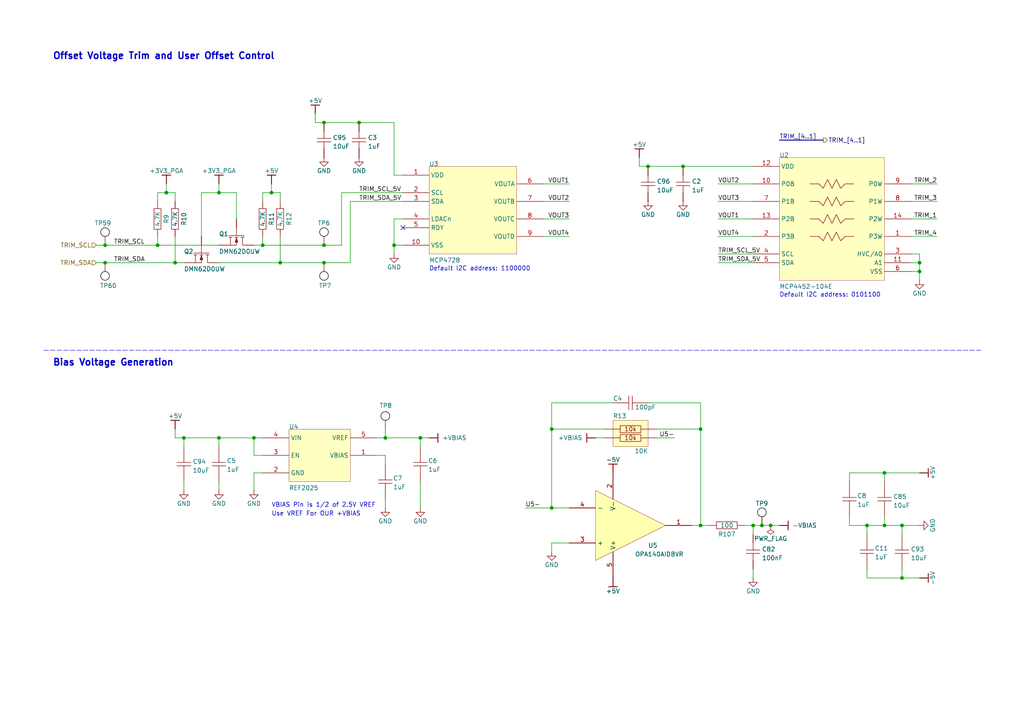
<source format=kicad_sch>
(kicad_sch (version 20250114) (generator "eeschema") (generator_version "9.0")
  (paper "A4")
  (title_block (title "ThunderScope") (rev "5.3") (company "EEVengers") (comment 1 "Aleksa Bjelogrlic"))
  (lib_symbols
    (symbol "Thunderscope_Rev5:+3V3_PGA_BAR" (power)
      (property "Value" "+3V3_PGA" (at 0 -3.81 0))
      (symbol "+3V3_PGA_BAR_0_0"
        (polyline (pts (xy -1.27 -2.54) (xy 1.27 -2.54)) (stroke (width 0.254)))
        (polyline (pts (xy 0 0) (xy 0 -2.54)) (stroke (width 0.254)))
        (pin power_in line (at 0 0 0) (length 0) (hide yes) (name "+3V3_PGA") (number ""))
      )
    )
    (symbol "Thunderscope_Rev5:+5V_BAR" (power)
      (property "Value" "+5V" (at 0 -3.81 0))
      (symbol "+5V_BAR_0_0"
        (polyline (pts (xy -1.27 -2.54) (xy 1.27 -2.54)) (stroke (width 0.254)))
        (polyline (pts (xy 0 0) (xy 0 -2.54)) (stroke (width 0.254)))
        (pin power_in line (at 0 0 0) (length 0) (hide yes) (name "+5V") (number ""))
      )
    )
    (symbol "Thunderscope_Rev5:+VBIAS_BAR" (power)
      (property "Value" "+VBIAS" (at 0 -3.81 0))
      (symbol "+VBIAS_BAR_0_0"
        (polyline (pts (xy -1.27 -2.54) (xy 1.27 -2.54)) (stroke (width 0.254)))
        (polyline (pts (xy 0 0) (xy 0 -2.54)) (stroke (width 0.254)))
        (pin power_in line (at 0 0 0) (length 0) (hide yes) (name "+VBIAS") (number ""))
      )
    )
    (symbol "Thunderscope_Rev5:-5V_BAR" (power)
      (property "Value" "-5V" (at 0 -3.81 0))
      (symbol "-5V_BAR_0_0"
        (polyline (pts (xy -1.27 -2.54) (xy 1.27 -2.54)) (stroke (width 0.254)))
        (polyline (pts (xy 0 0) (xy 0 -2.54)) (stroke (width 0.254)))
        (pin power_in line (at 0 0 0) (length 0) (hide yes) (name "-5V") (number ""))
      )
    )
    (symbol "Thunderscope_Rev5:-VBIAS_BAR" (power)
      (property "Value" "-VBIAS" (at 0 -3.81 0))
      (symbol "-VBIAS_BAR_0_0"
        (polyline (pts (xy -1.27 -2.54) (xy 1.27 -2.54)) (stroke (width 0.254)))
        (polyline (pts (xy 0 0) (xy 0 -2.54)) (stroke (width 0.254)))
        (pin power_in line (at 0 0 0) (length 0) (hide yes) (name "-VBIAS") (number ""))
      )
    )
    (symbol "Thunderscope_Rev5:CAP 100nF 16V X7R 0402" (pin_numbers (hide yes)) (pin_names (hide yes))
      (property "Reference" "C" (at 0 0 0))
      (property "Value" "100nF" (at 0 0 0))
      (symbol "CAP 100nF 16V X7R 0402_1_0"
        (polyline (pts (xy -2 0.5) (xy 2 0.5)))
        (polyline (pts (xy -2 -0.5) (xy 2 -0.5)))
        (polyline (pts (xy 0 2.54) (xy 0 0.5)))
        (polyline (pts (xy 0 -2.54) (xy 0 -0.5)))
        (pin passive line (at 0 5.08 270) (length 2.54) (name "2") (number "2"))
        (pin passive line (at 0 -5.08 90) (length 2.54) (name "1") (number "1"))
      )
    )
    (symbol "Thunderscope_Rev5:CAP 100pF 50V C0G 0402" (pin_numbers (hide yes)) (pin_names (hide yes))
      (property "Reference" "C" (at 0 0 0))
      (property "Value" "100pF" (at 0 0 0))
      (symbol "CAP 100pF 50V C0G 0402_1_0"
        (polyline (pts (xy -2 0.5) (xy 2 0.5)))
        (polyline (pts (xy -2 -0.5) (xy 2 -0.5)))
        (polyline (pts (xy 0 2.54) (xy 0 0.5)))
        (polyline (pts (xy 0 -2.54) (xy 0 -0.5)))
        (pin passive line (at 0 5.08 270) (length 2.54) (name "2") (number "2"))
        (pin passive line (at 0 -5.08 90) (length 2.54) (name "1") (number "1"))
      )
    )
    (symbol "Thunderscope_Rev5:CAP 10uF 25V X5R 0603" (pin_numbers (hide yes)) (pin_names (hide yes))
      (property "Reference" "C" (at 0 0 0))
      (property "Value" "10uF" (at 0 0 0))
      (symbol "CAP 10uF 25V X5R 0603_1_0"
        (polyline (pts (xy -2 0.5) (xy 2 0.5)))
        (polyline (pts (xy -2 -0.5) (xy 2 -0.5)))
        (polyline (pts (xy 0 2.54) (xy 0 0.5)))
        (polyline (pts (xy 0 -2.54) (xy 0 -0.5)))
        (pin passive line (at 0 5.08 270) (length 2.54) (name "2") (number "2"))
        (pin passive line (at 0 -5.08 90) (length 2.54) (name "1") (number "1"))
      )
    )
    (symbol "Thunderscope_Rev5:CAP 1uF 25V X5R 0402" (pin_numbers (hide yes)) (pin_names (hide yes))
      (property "Reference" "C" (at 0 0 0))
      (property "Value" "1uF" (at 0 0 0))
      (symbol "CAP 1uF 25V X5R 0402_1_0"
        (polyline (pts (xy 0 2.54) (xy 0 0.5)))
        (polyline (pts (xy 0 -2.54) (xy 0 -0.5)))
        (polyline (pts (xy 2 0.5) (xy -2 0.5)))
        (polyline (pts (xy 2 -0.5) (xy -2 -0.5)))
        (pin passive line (at 0 5.08 270) (length 2.54) (name "1") (number "1"))
        (pin passive line (at 0 -5.08 90) (length 2.54) (name "2") (number "2"))
      )
    )
    (symbol "Thunderscope_Rev5:GND" (power) (pin_numbers (hide yes)) (pin_names (offset 0) (hide yes))
      (property "Value" "GND" (at 0 -3.81 0))
      (symbol "GND_0_1"
        (polyline (pts (xy 0 0) (xy 0 -1.27) (xy 1.27 -1.27) (xy 0 -2.54) (xy -1.27 -1.27) (xy 0 -1.27)))
      )
      (symbol "GND_1_1"
        (pin power_in line (at 0 0 270) (length 0) (name "~") (number "1"))
      )
    )
    (symbol "Thunderscope_Rev5:IC DAC QUAD MCP4728"
      (property "Reference" "U" (at 0 0 0))
      (property "Value" "MCP4728" (at 0 0 0))
      (symbol "IC DAC QUAD MCP4728_1_0"
        (rectangle (start 12.7 12.7) (end -12.7 -12.7) (stroke (width 0.0254) (color 128 0 0 1)) (fill (type background)))
        (pin power_in line (at -20.32 10.16 0) (length 7.62) (name "VDD") (number "1"))
        (pin open_collector line (at -20.32 5.08 0) (length 7.62) (name "SCL") (number "2"))
        (pin open_collector line (at -20.32 2.54 0) (length 7.62) (name "SDA") (number "3"))
        (pin input line (at -20.32 -2.54 0) (length 7.62) (name "LDACn") (number "4"))
        (pin open_collector line (at -20.32 -5.08 0) (length 7.62) (name "RDY") (number "5"))
        (pin power_in line (at -20.32 -10.16 0) (length 7.62) (name "VSS") (number "10"))
        (pin output line (at 20.32 7.62 180) (length 7.62) (name "VOUTA") (number "6"))
        (pin output line (at 20.32 2.54 180) (length 7.62) (name "VOUTB") (number "7"))
        (pin output line (at 20.32 -2.54 180) (length 7.62) (name "VOUTC") (number "8"))
        (pin output line (at 20.32 -7.62 180) (length 7.62) (name "VOUTD") (number "9"))
      )
    )
    (symbol "Thunderscope_Rev5:IC DIGIPOT QUAD MCP4452-104E"
      (property "Reference" "U" (at 0 0 0))
      (property "Value" "MCP4452-104E" (at 0 0 0))
      (symbol "IC DIGIPOT QUAD MCP4452-104E_1_0"
        (polyline (pts (xy 11.43 -7.62) (xy 8.89 -7.62)))
        (polyline (pts (xy 11.43 -7.62) (xy 12.7 -8.89) (xy 13.97 -6.35) (xy 15.24 -8.89) (xy 16.51 -6.35) (xy 17.78 -8.89)))
        (polyline (pts (xy 11.43 -12.7) (xy 8.89 -12.7)))
        (polyline (pts (xy 11.43 -12.7) (xy 12.7 -13.97) (xy 13.97 -11.43) (xy 15.24 -13.97) (xy 16.51 -11.43) (xy 17.78 -13.97)))
        (polyline (pts (xy 11.43 -17.78) (xy 8.89 -17.78)))
        (polyline (pts (xy 11.43 -17.78) (xy 12.7 -19.05) (xy 13.97 -16.51) (xy 15.24 -19.05) (xy 16.51 -16.51) (xy 17.78 -19.05)))
        (polyline (pts (xy 11.43 -22.86) (xy 8.89 -22.86)))
        (polyline (pts (xy 11.43 -22.86) (xy 12.7 -24.13) (xy 13.97 -21.59) (xy 15.24 -24.13) (xy 16.51 -21.59) (xy 17.78 -24.13)))
        (polyline (pts (xy 17.78 -8.89) (xy 19.05 -7.62) (xy 21.59 -7.62)))
        (polyline (pts (xy 17.78 -13.97) (xy 19.05 -12.7) (xy 21.59 -12.7)))
        (polyline (pts (xy 17.78 -19.05) (xy 19.05 -17.78) (xy 21.59 -17.78)))
        (polyline (pts (xy 17.78 -24.13) (xy 19.05 -22.86) (xy 21.59 -22.86)))
        (rectangle (start 30.48 0) (end 0 -35.56) (stroke (width 0.0254) (color 128 0 0 1)) (fill (type background)))
        (pin power_in line (at -7.62 -2.54 0) (length 7.62) (name "VDD") (number "12"))
        (pin passive line (at -7.62 -7.62 0) (length 7.62) (name "P0B") (number "10"))
        (pin passive line (at -7.62 -12.7 0) (length 7.62) (name "P1B") (number "7"))
        (pin passive line (at -7.62 -17.78 0) (length 7.62) (name "P2B") (number "13"))
        (pin passive line (at -7.62 -22.86 0) (length 7.62) (name "P3B") (number "2"))
        (pin open_collector line (at -7.62 -27.94 0) (length 7.62) (name "SCL") (number "4"))
        (pin open_collector line (at -7.62 -30.48 0) (length 7.62) (name "SDA") (number "5"))
        (pin passive line (at 38.1 -7.62 180) (length 7.62) (name "P0W") (number "9"))
        (pin passive line (at 38.1 -12.7 180) (length 7.62) (name "P1W") (number "8"))
        (pin passive line (at 38.1 -17.78 180) (length 7.62) (name "P2W") (number "14"))
        (pin passive line (at 38.1 -22.86 180) (length 7.62) (name "P3W") (number "1"))
        (pin input line (at 38.1 -27.94 180) (length 7.62) (name "HVC/A0") (number "3"))
        (pin input line (at 38.1 -30.48 180) (length 7.62) (name "A1") (number "11"))
        (pin power_in line (at 38.1 -33.02 180) (length 7.62) (name "VSS") (number "6"))
      )
    )
    (symbol "Thunderscope_Rev5:IC OPAMP OPA140"
      (property "Reference" "U" (at 0 0 0))
      (property "Value" "OPA140AIDBVR" (at 0 0 0))
      (symbol "IC OPAMP OPA140_1_0"
        (polyline (pts (xy -10.16 10.16) (xy 10.16 0) (xy -10.16 -10.16) (xy -10.16 10.16)) (stroke (width 0.0254) (color 128 0 0 1)) (fill (type color) (color 255 255 176 1)))
        (pin input line (at -17.78 5.08 0) (length 7.62) (name "+") (number "3"))
        (pin input line (at -17.78 -5.08 0) (length 7.62) (name "-") (number "4"))
        (pin power_in line (at -5.08 15.24 270) (length 7.62) (name "V+") (number "5"))
        (pin power_in line (at -5.08 -15.24 90) (length 7.62) (name "V-") (number "2"))
        (pin output line (at 17.78 0 180) (length 7.62) (name "OUT") (number "1"))
      )
    )
    (symbol "Thunderscope_Rev5:IC VREF REF2025"
      (property "Reference" "U" (at 0 0 0))
      (property "Value" "REF2025" (at 0 0 0))
      (symbol "IC VREF REF2025_1_0"
        (rectangle (start 25.4 0) (end 7.62 -15.24) (stroke (width 0.0254) (color 128 0 0 1)) (fill (type background)))
        (pin power_in line (at 0 -2.54 0) (length 7.62) (name "VIN") (number "4"))
        (pin input line (at 0 -7.62 0) (length 7.62) (name "EN") (number "3"))
        (pin power_in line (at 0 -12.7 0) (length 7.62) (name "GND") (number "2"))
        (pin power_out line (at 33.02 -2.54 180) (length 7.62) (name "VREF") (number "5"))
        (pin power_out line (at 33.02 -7.62 180) (length 7.62) (name "VBIAS") (number "1"))
      )
    )
    (symbol "Thunderscope_Rev5:NMOS DMN62D0UW" (pin_numbers (hide yes)) (pin_names (hide yes))
      (property "Reference" "Q" (at 0 0 0))
      (property "Value" "DMN62D0UW" (at 0 0 0))
      (symbol "NMOS DMN62D0UW_1_0"
        (polyline (pts (xy -2.54 0) (xy -0.254 0)))
        (polyline (pts (xy -0.254 2.25) (xy -0.254 -2.25)))
        (polyline (pts (xy 0.246 2.25) (xy 0.246 1.25)))
        (polyline (pts (xy 0.246 0) (xy 1.746 -0.5) (xy 1.746 0.5) (xy 0.246 0)) (stroke (width -0.0001)) (fill (type outline)))
        (polyline (pts (xy 0.246 -0.5) (xy 0.246 0.5)))
        (polyline (pts (xy 0.246 -2.25) (xy 0.246 -1.25)))
        (polyline (pts (xy 2.54 1.783) (xy 2.54 2.54)))
        (polyline (pts (xy 2.54 1.75) (xy 0.246 1.75)))
        (polyline (pts (xy 2.54 0) (xy 0.246 0)))
        (polyline (pts (xy 2.54 0) (xy 2.54 -2.54)))
        (polyline (pts (xy 2.54 -1.75) (xy 0.246 -1.75)))
        (pin passive line (at -5.08 0 0) (length 2.54) (name "G") (number "2"))
        (pin passive line (at 2.54 5.08 270) (length 2.54) (name "D") (number "1"))
        (pin passive line (at 2.54 -5.08 90) (length 2.54) (name "S") (number "3"))
      )
    )
    (symbol "Thunderscope_Rev5:RES 100 OHM 1% 1/10W 0402" (pin_numbers (hide yes)) (pin_names (hide yes))
      (property "Reference" "R" (at 0 0 0))
      (property "Value" "100" (at 0 0 0))
      (symbol "RES 100 OHM 1% 1/10W 0402_1_0"
        (rectangle (start 3 0.976) (end -3 -1.056))
        (pin passive line (at -5.08 0 0) (length 2) (name "1") (number "1"))
        (pin passive line (at 5.08 0 180) (length 2) (name "2") (number "2"))
      )
    )
    (symbol "Thunderscope_Rev5:RES 4.7K OHM 1% 1/10W 0402" (pin_numbers (hide yes)) (pin_names (hide yes))
      (property "Reference" "R" (at 0 0 0))
      (property "Value" "4.7K" (at 0 0 0))
      (symbol "RES 4.7K OHM 1% 1/10W 0402_1_0"
        (rectangle (start 3 1.056) (end -3 -0.976))
        (pin passive line (at -5.08 0 0) (length 2) (name "1") (number "1"))
        (pin passive line (at 5.08 0 180) (length 2) (name "2") (number "2"))
      )
    )
    (symbol "Thunderscope_Rev5:RES ARRAY 2x 10K OHM 0.05% 0606" (pin_numbers (hide yes)) (pin_names (hide yes))
      (property "Reference" "R" (at 0 0 0))
      (property "Value" "10K" (at 0 0 0))
      (symbol "RES ARRAY 2x 10K OHM 0.05% 0606_1_0"
        (rectangle (start 10.62 -1.564) (end 4.62 -3.596))
        (rectangle (start 10.62 -4.104) (end 4.62 -6.136))
        (rectangle (start 12.7 0) (end 2.54 -7.62) (stroke (width 0.0254) (color 128 0 0 1)) (fill (type background)))
        (text "10k" (at 7.62 -2.54 0) (effects (font (size 1.27 1.27))))
        (text "10k" (at 7.62 -5.08 0) (effects (font (size 1.27 1.27))))
        (pin passive line (at 0 -2.54 0) (length 4.54) (name "1") (number "1"))
        (pin passive line (at 0 -5.08 0) (length 4.54) (name "2") (number "2"))
        (pin passive line (at 15.24 -2.54 180) (length 4.54) (name "4") (number "4"))
        (pin passive line (at 15.24 -5.08 180) (length 4.54) (name "3") (number "3"))
      )
    )
    (symbol "Thunderscope_Rev5:TP PCB 1mm" (pin_numbers (hide yes)) (pin_names (hide yes)) (in_bom no)
      (property "Reference" "T" (at 0 0 0))
      (symbol "TP PCB 1mm_1_0"
        (circle (center 3.81 0) (radius 1.27) (stroke (width 0) (color 0 0 0 1)))
        (pin passive line (at 0 0 0) (length 2.54) (name "1") (number "1"))
      )
    )
    (symbol "power:PWR_FLAG" (power) (pin_numbers (hide yes)) (pin_names (offset 0) (hide yes))
      (property "Value" "PWR_FLAG" (at 0 3.81 0))
      (symbol "PWR_FLAG_0_0"
        (pin power_out line (at 0 0 90) (length 0) (name "~") (number "1"))
      )
      (symbol "PWR_FLAG_0_1"
        (polyline (pts (xy 0 0) (xy 0 1.27) (xy -1.016 1.905) (xy 0 2.54) (xy 1.016 1.905) (xy 0 1.27)))
      )
    )
  )
  (text "Bias Voltage Generation" (at 15.24 104.14 0) (effects (font (size 1.905 1.905) (thickness 0.381) (bold yes)) (justify left top)))
  (text "Default I2C address: 0101100" (at 226.06 86.36 0) (effects (font (size 1.27 1.27)) (justify left bottom)))
  (text "Offset Voltage Trim and User Offset Control" (at 15.24 15.24 0) (effects (font (size 1.905 1.905) (thickness 0.381) (bold yes)) (justify left top)))
  (text "Use VREF For OUR +VBIAS" (at 78.74 149.86 0) (effects (font (size 1.27 1.27) (thickness 0.1588)) (justify left bottom)))
  (text "Default I2C address: 1100000" (at 124.46 78.74 0) (effects (font (size 1.27 1.27)) (justify left bottom)))
  (text "VBIAS Pin is 1/2 of 2.5V VREF" (at 78.74 147.32 0) (effects (font (size 1.27 1.27) (thickness 0.1588)) (justify left bottom)))
  (junction (at 203.2 152.4))
  (junction (at 48.26 55.88))
  (junction (at 53.34 127))
  (junction (at 73.66 127))
  (junction (at 81.28 76.2))
  (junction (at 76.2 71.12))
  (junction (at 121.92 127))
  (junction (at 187.96 48.26))
  (junction (at 93.98 71.12))
  (junction (at 104.14 35.56))
  (junction (at 261.62 167.64))
  (junction (at 50.8 76.2))
  (junction (at 218.44 152.4))
  (junction (at 223.52 152.4))
  (junction (at 256.54 137.16))
  (junction (at 266.7 76.2))
  (junction (at 78.74 55.88))
  (junction (at 63.5 127))
  (junction (at 160.02 124.46))
  (junction (at 266.7 78.74))
  (junction (at 45.72 71.12))
  (junction (at 30.48 76.2))
  (junction (at 203.2 124.46))
  (junction (at 63.5 55.88))
  (junction (at 30.48 71.12))
  (junction (at 160.02 147.32))
  (junction (at 114.3 71.12))
  (junction (at 93.98 35.56))
  (junction (at 251.46 152.4))
  (junction (at 198.12 48.26))
  (junction (at 256.54 152.4))
  (junction (at 220.98 152.4))
  (junction (at 261.62 152.4))
  (junction (at 111.76 127))
  (junction (at 93.98 76.2))
  (no_connect (at 116.84 66.04))
  (wire (pts (xy 261.62 152.4) (xy 256.54 152.4)))
  (wire (pts (xy 116.84 71.12) (xy 114.3 71.12)))
  (wire (pts (xy 185.42 45.72) (xy 185.42 48.26)))
  (polyline (pts (xy 12.7 101.6) (xy 284.48 101.6)) (stroke (width 0.127) (type dash)))
  (wire (pts (xy 114.3 35.56) (xy 114.3 50.8)))
  (wire (pts (xy 73.66 142.24) (xy 73.66 137.16)))
  (wire (pts (xy 27.94 71.12) (xy 30.48 71.12)))
  (wire (pts (xy 121.92 127) (xy 124.46 127)))
  (wire (pts (xy 208.28 73.66) (xy 218.44 73.66)))
  (wire (pts (xy 58.42 55.88) (xy 63.5 55.88)))
  (wire (pts (xy 208.28 76.2) (xy 218.44 76.2)))
  (wire (pts (xy 203.2 116.84) (xy 203.2 124.46)))
  (wire (pts (xy 203.2 152.4) (xy 205.74 152.4)))
  (wire (pts (xy 246.38 152.4) (xy 246.38 149.86)))
  (wire (pts (xy 172.72 127) (xy 175.26 127)))
  (wire (pts (xy 203.2 124.46) (xy 203.2 152.4)))
  (wire (pts (xy 50.8 68.58) (xy 50.8 76.2)))
  (wire (pts (xy 91.44 33.02) (xy 91.44 35.56)))
  (wire (pts (xy 104.14 35.56) (xy 114.3 35.56)))
  (wire (pts (xy 157.48 63.5) (xy 165.1 63.5)))
  (wire (pts (xy 50.8 124.46) (xy 50.8 127)))
  (wire (pts (xy 48.26 53.34) (xy 48.26 55.88)))
  (wire (pts (xy 251.46 152.4) (xy 246.38 152.4)))
  (wire (pts (xy 190.5 124.46) (xy 203.2 124.46)))
  (wire (pts (xy 185.42 48.26) (xy 187.96 48.26)))
  (wire (pts (xy 266.7 78.74) (xy 266.7 81.28)))
  (wire (pts (xy 73.66 127) (xy 76.2 127)))
  (wire (pts (xy 63.5 53.34) (xy 63.5 55.88)))
  (wire (pts (xy 264.16 63.5) (xy 271.78 63.5)))
  (wire (pts (xy 256.54 137.16) (xy 256.54 139.7)))
  (wire (pts (xy 256.54 149.86) (xy 256.54 152.4)))
  (wire (pts (xy 116.84 63.5) (xy 114.3 63.5)))
  (wire (pts (xy 160.02 124.46) (xy 160.02 147.32)))
  (wire (pts (xy 99.06 55.88) (xy 116.84 55.88)))
  (wire (pts (xy 157.48 58.42) (xy 165.1 58.42)))
  (wire (pts (xy 261.62 165.1) (xy 261.62 167.64)))
  (wire (pts (xy 215.9 152.4) (xy 218.44 152.4)))
  (wire (pts (xy 53.34 127) (xy 63.5 127)))
  (wire (pts (xy 78.74 55.88) (xy 81.28 55.88)))
  (wire (pts (xy 78.74 53.34) (xy 78.74 55.88)))
  (wire (pts (xy 220.98 152.4) (xy 223.52 152.4)))
  (wire (pts (xy 261.62 152.4) (xy 261.62 154.94)))
  (bus (pts (xy 238.76 40.64) (xy 226.06 40.64)) (stroke (width 0.254)))
  (wire (pts (xy 208.28 63.5) (xy 218.44 63.5)))
  (wire (pts (xy 218.44 152.4) (xy 220.98 152.4)))
  (wire (pts (xy 266.7 73.66) (xy 266.7 76.2)))
  (wire (pts (xy 109.22 127) (xy 111.76 127)))
  (wire (pts (xy 266.7 137.16) (xy 256.54 137.16)))
  (wire (pts (xy 93.98 71.12) (xy 99.06 71.12)))
  (wire (pts (xy 50.8 76.2) (xy 53.34 76.2)))
  (wire (pts (xy 45.72 71.12) (xy 63.5 71.12)))
  (wire (pts (xy 160.02 147.32) (xy 165.1 147.32)))
  (wire (pts (xy 73.66 137.16) (xy 76.2 137.16)))
  (wire (pts (xy 266.7 76.2) (xy 266.7 78.74)))
  (wire (pts (xy 264.16 78.74) (xy 266.7 78.74)))
  (wire (pts (xy 63.5 76.2) (xy 81.28 76.2)))
  (wire (pts (xy 187.96 116.84) (xy 203.2 116.84)))
  (wire (pts (xy 45.72 58.42) (xy 45.72 55.88)))
  (wire (pts (xy 246.38 137.16) (xy 256.54 137.16)))
  (wire (pts (xy 121.92 127) (xy 121.92 129.54)))
  (wire (pts (xy 111.76 127) (xy 121.92 127)))
  (wire (pts (xy 81.28 76.2) (xy 81.28 68.58)))
  (wire (pts (xy 109.22 132.08) (xy 111.76 132.08)))
  (wire (pts (xy 101.6 58.42) (xy 101.6 76.2)))
  (wire (pts (xy 53.34 127) (xy 53.34 129.54)))
  (wire (pts (xy 157.48 68.58) (xy 165.1 68.58)))
  (wire (pts (xy 45.72 55.88) (xy 48.26 55.88)))
  (wire (pts (xy 223.52 152.4) (xy 226.06 152.4)))
  (wire (pts (xy 160.02 124.46) (xy 175.26 124.46)))
  (wire (pts (xy 76.2 55.88) (xy 78.74 55.88)))
  (wire (pts (xy 45.72 68.58) (xy 45.72 71.12)))
  (wire (pts (xy 81.28 76.2) (xy 93.98 76.2)))
  (wire (pts (xy 91.44 35.56) (xy 93.98 35.56)))
  (wire (pts (xy 190.5 127) (xy 195.58 127)))
  (wire (pts (xy 264.16 53.34) (xy 271.78 53.34)))
  (wire (pts (xy 160.02 116.84) (xy 160.02 124.46)))
  (wire (pts (xy 48.26 55.88) (xy 50.8 55.88)))
  (wire (pts (xy 187.96 48.26) (xy 198.12 48.26)))
  (wire (pts (xy 114.3 50.8) (xy 116.84 50.8)))
  (wire (pts (xy 114.3 71.12) (xy 114.3 73.66)))
  (wire (pts (xy 111.76 147.32) (xy 111.76 144.78)))
  (wire (pts (xy 208.28 53.34) (xy 218.44 53.34)))
  (wire (pts (xy 76.2 132.08) (xy 73.66 132.08)))
  (wire (pts (xy 63.5 127) (xy 63.5 129.54)))
  (wire (pts (xy 251.46 154.94) (xy 251.46 152.4)))
  (wire (pts (xy 200.66 152.4) (xy 203.2 152.4)))
  (wire (pts (xy 264.16 58.42) (xy 271.78 58.42)))
  (wire (pts (xy 264.16 68.58) (xy 271.78 68.58)))
  (wire (pts (xy 218.44 165.1) (xy 218.44 167.64)))
  (wire (pts (xy 251.46 167.64) (xy 251.46 165.1)))
  (wire (pts (xy 53.34 139.7) (xy 53.34 142.24)))
  (wire (pts (xy 76.2 58.42) (xy 76.2 55.88)))
  (wire (pts (xy 99.06 55.88) (xy 99.06 71.12)))
  (wire (pts (xy 68.58 55.88) (xy 68.58 63.5)))
  (wire (pts (xy 93.98 35.56) (xy 104.14 35.56)))
  (wire (pts (xy 121.92 147.32) (xy 121.92 139.7)))
  (wire (pts (xy 208.28 58.42) (xy 218.44 58.42)))
  (wire (pts (xy 73.66 132.08) (xy 73.66 127)))
  (wire (pts (xy 30.48 71.12) (xy 45.72 71.12)))
  (wire (pts (xy 264.16 73.66) (xy 266.7 73.66)))
  (wire (pts (xy 58.42 68.58) (xy 58.42 55.88)))
  (wire (pts (xy 101.6 58.42) (xy 116.84 58.42)))
  (wire (pts (xy 198.12 48.26) (xy 218.44 48.26)))
  (wire (pts (xy 81.28 55.88) (xy 81.28 58.42)))
  (wire (pts (xy 264.16 76.2) (xy 266.7 76.2)))
  (wire (pts (xy 50.8 55.88) (xy 50.8 58.42)))
  (wire (pts (xy 177.8 116.84) (xy 160.02 116.84)))
  (wire (pts (xy 261.62 167.64) (xy 251.46 167.64)))
  (wire (pts (xy 63.5 139.7) (xy 63.5 142.24)))
  (wire (pts (xy 208.28 68.58) (xy 218.44 68.58)))
  (wire (pts (xy 111.76 132.08) (xy 111.76 134.62)))
  (wire (pts (xy 30.48 76.2) (xy 50.8 76.2)))
  (wire (pts (xy 160.02 160.02) (xy 160.02 157.48)))
  (wire (pts (xy 266.7 167.64) (xy 261.62 167.64)))
  (wire (pts (xy 63.5 127) (xy 73.66 127)))
  (wire (pts (xy 63.5 55.88) (xy 68.58 55.88)))
  (wire (pts (xy 76.2 71.12) (xy 73.66 71.12)))
  (wire (pts (xy 266.7 152.4) (xy 261.62 152.4)))
  (wire (pts (xy 50.8 127) (xy 53.34 127)))
  (wire (pts (xy 114.3 63.5) (xy 114.3 71.12)))
  (wire (pts (xy 218.44 152.4) (xy 218.44 154.94)))
  (wire (pts (xy 27.94 76.2) (xy 30.48 76.2)))
  (wire (pts (xy 111.76 127) (xy 111.76 124.46)))
  (wire (pts (xy 152.4 147.32) (xy 160.02 147.32)))
  (wire (pts (xy 256.54 152.4) (xy 251.46 152.4)))
  (wire (pts (xy 246.38 137.16) (xy 246.38 139.7)))
  (wire (pts (xy 157.48 53.34) (xy 165.1 53.34)))
  (wire (pts (xy 93.98 76.2) (xy 101.6 76.2)))
  (wire (pts (xy 76.2 71.12) (xy 93.98 71.12)))
  (wire (pts (xy 76.2 71.12) (xy 76.2 68.58)))
  (wire (pts (xy 160.02 157.48) (xy 165.1 157.48)))
  (label "TRIM_SDA" (at 33.02 76.2 0))
  (label "TRIM_3" (at 271.78 58.42 180))
  (label "TRIM_SCL" (at 33.02 71.12 0))
  (label "TRIM_1" (at 271.78 63.5 180))
  (label "VOUT2" (at 165.1 58.42 180))
  (label "TRIM_SCL_5V" (at 104.14 55.88 0))
  (label "TRIM_SDA_5V" (at 104.14 58.42 0))
  (label "U5-" (at 152.4 147.32 0))
  (label "U5-" (at 195.58 127 180))
  (label "VOUT1" (at 208.28 63.5 0))
  (label "TRIM_SCL_5V" (at 208.28 73.66 0))
  (label "TRIM_4" (at 271.78 68.58 180))
  (label "VOUT3" (at 208.28 58.42 0))
  (label "VOUT4" (at 208.28 68.58 0))
  (label "TRIM_2" (at 271.78 53.34 180))
  (label "VOUT1" (at 165.1 53.34 180))
  (label "VOUT3" (at 165.1 63.5 180))
  (label "TRIM_[4..1]" (at 226.06 40.64 0))
  (label "VOUT2" (at 208.28 53.34 0))
  (label "TRIM_SDA_5V" (at 208.28 76.2 0))
  (label "VOUT4" (at 165.1 68.58 180))
  (hierarchical_label "TRIM_SCL" (shape input) (at 27.94 71.12 180))
  (hierarchical_label "TRIM_[4..1]" (shape output) (at 238.76 40.64 0))
  (hierarchical_label "TRIM_SDA" (shape input) (at 27.94 76.2 180))
  (symbol (lib_id "Thunderscope_Rev5:GND") (at 111.76 147.32 0) (unit 1)
    (property "Reference" "#PWR0188" (effects (hide yes)))
    (property "Value" "GND" (at 111.76 151.13 0))
    (property "Description" "Power symbol creates a global label with name \"GND\" , ground" (effects (hide yes)))
  )
  (symbol (lib_id "Thunderscope_Rev5:+VBIAS_BAR") (at 172.72 127 270) (unit 1)
    (property "Reference" "#PWR?" (effects (hide yes)))
    (property "Value" "+VBIAS" (at 168.91 127 90) (effects (justify right)))
    (property "Description" "Power symbol creates a global label with name '+VBIAS'" (effects (hide yes)))
  )
  (symbol (lib_id "Thunderscope_Rev5:+5V_BAR") (at 50.8 124.46 180) (unit 1)
    (property "Reference" "#PWR?" (effects (hide yes)))
    (property "Value" "+5V" (at 50.8 120.65 0))
    (property "Description" "Power symbol creates a global label with name '+5V'" (effects (hide yes)))
  )
  (symbol (lib_id "Thunderscope_Rev5:RES 4.7K OHM 1% 1/10W 0402") (at 81.28 63.5 90) (unit 1)
    (property "Reference" "R12" (at 83.82 63.5 0))
    (property "Value" "4.7K" (at 81.28 63.5 0))
    (property "Footprint" "Thunderscope_Rev5:GEN_R_0402" (effects (hide yes)))
    (property "Description" "4.7 kOhms ±1% 0.1W, 1/10W Chip Resistor 0402 (1005 Metric) Automotive AEC-Q200 Thick Film" (effects (hide yes)))
    (property "TOLERANCE" "1%" (effects (hide yes)))
    (property "PACKAGE" "0402" (effects (hide yes)))
    (property "SUPPLIER 1" "Mouser" (effects (hide yes)))
    (property "SUPPLIER PART NUMBER 1" "667-ERJ-2RKF4701X" (effects (hide yes)))
    (property "MANUFACTURER" "Panasonic" (effects (hide yes)))
    (property "MANUFACTURER PART NUMBER" "ERJ-2RKF4701X" (effects (hide yes)))
    (property "Substitutions Policy" "Any Parametric Equivalent" (effects (hide yes)))
  )
  (symbol (lib_id "Thunderscope_Rev5:+3V3_PGA_BAR") (at 48.26 53.34 180) (unit 1)
    (property "Reference" "#PWR?" (effects (hide yes)))
    (property "Value" "+3V3_PGA" (at 48.26 49.53 0))
    (property "Description" "Power symbol creates a global label with name '+3V3_PGA'" (effects (hide yes)))
  )
  (symbol (lib_id "Thunderscope_Rev5:GND") (at 63.5 142.24 0) (unit 1)
    (property "Reference" "#PWR0186" (effects (hide yes)))
    (property "Value" "GND" (at 63.5 146.05 0))
    (property "Description" "Power symbol creates a global label with name \"GND\" , ground" (effects (hide yes)))
  )
  (symbol (lib_id "Thunderscope_Rev5:CAP 10uF 25V X5R 0603") (at 261.62 160.02 0) (unit 1)
    (property "Reference" "C93" (at 264.16 160.02 0) (effects (justify left bottom)))
    (property "Value" "10uF" (at 264.16 162.56 0) (effects (justify left bottom)))
    (property "Footprint" "Thunderscope_Rev5:GEN_C_0603" (effects (hide yes)))
    (property "Description" "10 µF ±20% 25V Ceramic Capacitor X5R 0603 (1608 Metric)" (effects (hide yes)))
    (property "PACKAGE" "0402" (effects (hide yes)))
    (property "VOLTAGE RATING" "25V" (effects (hide yes)))
    (property "SUPPLIER 1" "Mouser" (effects (hide yes)))
    (property "SUPPLIER PART NUMBER 1" "81-GRM188R61E106MA3D" (effects (hide yes)))
    (property "MANUFACTURER" "Murata" (effects (hide yes)))
    (property "MANUFACTURER PART NUMBER" "GRM188R61E106MA73D" (effects (hide yes)))
    (property "Substitutions Policy" "Any Parametric Equivalent" (effects (hide yes)))
  )
  (symbol (lib_id "Thunderscope_Rev5:+5V_BAR") (at 266.7 137.16 90) (unit 1)
    (property "Reference" "#PWR?" (effects (hide yes)))
    (property "Value" "+5V" (at 270.51 137.16 0))
    (property "Description" "Power symbol creates a global label with name '+5V'" (effects (hide yes)))
  )
  (symbol (lib_id "Thunderscope_Rev5:RES 4.7K OHM 1% 1/10W 0402") (at 50.8 63.5 90) (unit 1)
    (property "Reference" "R10" (at 53.34 63.5 0))
    (property "Value" "4.7K" (at 50.8 63.5 0))
    (property "Footprint" "Thunderscope_Rev5:GEN_R_0402" (effects (hide yes)))
    (property "Description" "4.7 kOhms ±1% 0.1W, 1/10W Chip Resistor 0402 (1005 Metric) Automotive AEC-Q200 Thick Film" (effects (hide yes)))
    (property "TOLERANCE" "1%" (effects (hide yes)))
    (property "PACKAGE" "0402" (effects (hide yes)))
    (property "SUPPLIER 1" "Mouser" (effects (hide yes)))
    (property "SUPPLIER PART NUMBER 1" "667-ERJ-2RKF4701X" (effects (hide yes)))
    (property "MANUFACTURER" "Panasonic" (effects (hide yes)))
    (property "MANUFACTURER PART NUMBER" "ERJ-2RKF4701X" (effects (hide yes)))
    (property "Substitutions Policy" "Any Parametric Equivalent" (effects (hide yes)))
  )
  (symbol (lib_id "Thunderscope_Rev5:CAP 1uF 25V X5R 0402") (at 111.76 139.7 0) (unit 1)
    (property "Reference" "C7" (at 114.014 139.446 0) (effects (justify left bottom)))
    (property "Value" "1uF" (at 114.014 141.986 0) (effects (justify left bottom)))
    (property "Footprint" "Thunderscope_Rev5:GEN_C_0402" (effects (hide yes)))
    (property "Description" "1 µF ±10% 25V Ceramic Capacitor X5R 0402 (1005 Metric)" (effects (hide yes)))
    (property "PACKAGE" "0402" (effects (hide yes)))
    (property "VOLTAGE RATING" "25V" (effects (hide yes)))
    (property "SUPPLIER 1" "Mouser" (effects (hide yes)))
    (property "SUPPLIER PART NUMBER 1" "81-GRM155R61E105KA2D" (effects (hide yes)))
    (property "MANUFACTURER" "Murata" (effects (hide yes)))
    (property "MANUFACTURER PART NUMBER" "GRM155R61E105KA12D" (effects (hide yes)))
    (property "Substitutions Policy" "Any Parametric Equivalent" (effects (hide yes)))
  )
  (symbol (lib_id "Thunderscope_Rev5:TP PCB 1mm") (at 30.48 76.2 270) (unit 1) (in_bom no)
    (property "Reference" "TP60" (at 28.9704 83.5786 90) (effects (justify left bottom)))
    (property "Value" "PCB" (effects (hide yes)))
    (property "Footprint" "Thunderscope_Rev5:GEN_TP_PCB" (effects (hide yes)))
  )
  (symbol (lib_id "Thunderscope_Rev5:RES 100 OHM 1% 1/10W 0402") (at 210.82 152.4 180) (unit 1)
    (property "Reference" "R107" (at 210.82 154.94 0))
    (property "Value" "100" (at 210.82 152.4 0))
    (property "Footprint" "Thunderscope_Rev5:GEN_R_0402" (effects (hide yes)))
    (property "Description" "100 Ohms ±1% 0.063W, 1/16W Chip Resistor 0402 (1005 Metric) Moisture Resistant Thick Film" (effects (hide yes)))
    (property "TOLERANCE" "1%" (effects (hide yes)))
    (property "PACKAGE" "0402" (effects (hide yes)))
    (property "SUPPLIER 1" "Mouser" (effects (hide yes)))
    (property "SUPPLIER PART NUMBER 1" "603-RC0402FR-07100RL" (effects (hide yes)))
    (property "MANUFACTURER" "Yageo" (effects (hide yes)))
    (property "MANUFACTURER PART NUMBER" "RC0402FR-07100RL" (effects (hide yes)))
    (property "Substitutions Policy" "Any Parametric Equivalent" (effects (hide yes)))
  )
  (symbol (lib_id "Thunderscope_Rev5:RES 4.7K OHM 1% 1/10W 0402") (at 76.2 63.5 90) (unit 1)
    (property "Reference" "R11" (at 78.74 63.5 0))
    (property "Value" "4.7K" (at 76.2 63.5 0))
    (property "Footprint" "Thunderscope_Rev5:GEN_R_0402" (effects (hide yes)))
    (property "Description" "4.7 kOhms ±1% 0.1W, 1/10W Chip Resistor 0402 (1005 Metric) Automotive AEC-Q200 Thick Film" (effects (hide yes)))
    (property "TOLERANCE" "1%" (effects (hide yes)))
    (property "PACKAGE" "0402" (effects (hide yes)))
    (property "SUPPLIER 1" "Mouser" (effects (hide yes)))
    (property "SUPPLIER PART NUMBER 1" "667-ERJ-2RKF4701X" (effects (hide yes)))
    (property "MANUFACTURER" "Panasonic" (effects (hide yes)))
    (property "MANUFACTURER PART NUMBER" "ERJ-2RKF4701X" (effects (hide yes)))
    (property "Substitutions Policy" "Any Parametric Equivalent" (effects (hide yes)))
  )
  (symbol (lib_id "Thunderscope_Rev5:+3V3_PGA_BAR") (at 63.5 53.34 180) (unit 1)
    (property "Reference" "#PWR?" (effects (hide yes)))
    (property "Value" "+3V3_PGA" (at 63.5 49.53 0))
    (property "Description" "Power symbol creates a global label with name '+3V3_PGA'" (effects (hide yes)))
  )
  (symbol (lib_id "Thunderscope_Rev5:GND") (at 121.92 147.32 0) (unit 1)
    (property "Reference" "#PWR0190" (effects (hide yes)))
    (property "Value" "GND" (at 121.92 151.13 0))
    (property "Description" "Power symbol creates a global label with name \"GND\" , ground" (effects (hide yes)))
  )
  (symbol (lib_id "Thunderscope_Rev5:+VBIAS_BAR") (at 124.46 127 90) (unit 1)
    (property "Reference" "#PWR?" (effects (hide yes)))
    (property "Value" "+VBIAS" (at 128.27 127 90) (effects (justify right)))
    (property "Description" "Power symbol creates a global label with name '+VBIAS'" (effects (hide yes)))
  )
  (symbol (lib_id "Thunderscope_Rev5:GND") (at 218.44 167.64 0) (unit 1)
    (property "Reference" "#PWR0426" (effects (hide yes)))
    (property "Value" "GND" (at 218.44 171.45 0))
    (property "Description" "Power symbol creates a global label with name \"GND\" , ground" (effects (hide yes)))
  )
  (symbol (lib_id "Thunderscope_Rev5:RES ARRAY 2x 10K OHM 0.05% 0606") (at 175.26 121.92 0) (unit 1)
    (property "Reference" "R13" (at 177.8 120.65 0) (effects (justify left)))
    (property "Value" "10K" (at 187.96 130.81 0) (effects (justify right)))
    (property "Footprint" "Thunderscope_Rev5:GEN_R_2ARRAY_0606" (effects (hide yes)))
    (property "Description" "10k Ohm ±0.1% 125mW Power Per Element Isolated 2 Resistor Network/Array ±25ppm/°C 0606, Convex" (effects (hide yes)))
    (property "TOLERANCE" "1%" (effects (hide yes)))
    (property "PACKAGE" "0606" (effects (hide yes)))
    (property "MANUFACTURER" "Vishay Beyschlag" (effects (hide yes)))
    (property "MANUFACTURER PART NUMBER" "ACASN1002S1002P1ATF1002X" (effects (hide yes)))
    (property "SUPPLIER 1" "Mouser" (effects (hide yes)))
    (property "SUPPLIER PART NUMBER 1" "594-ACASN1002S1002AT" (effects (hide yes)))
    (property "Substitutions Policy" "No Substitutions" (effects (hide yes)))
  )
  (symbol (lib_id "Thunderscope_Rev5:+5V_BAR") (at 185.42 45.72 180) (unit 1)
    (property "Reference" "#PWR?" (effects (hide yes)))
    (property "Value" "+5V" (at 185.42 41.91 0))
    (property "Description" "Power symbol creates a global label with name '+5V'" (effects (hide yes)))
  )
  (symbol (lib_id "Thunderscope_Rev5:GND") (at 104.14 45.72 0) (unit 1)
    (property "Reference" "#PWR0182" (effects (hide yes)))
    (property "Value" "GND" (at 104.14 49.53 0))
    (property "Description" "Power symbol creates a global label with name \"GND\" , ground" (effects (hide yes)))
  )
  (symbol (lib_id "Thunderscope_Rev5:+5V_BAR") (at 177.8 167.64 0) (unit 1)
    (property "Reference" "#PWR?" (effects (hide yes)))
    (property "Value" "+5V" (at 177.8 171.45 0))
    (property "Description" "Power symbol creates a global label with name '+5V'" (effects (hide yes)))
  )
  (symbol (lib_id "Thunderscope_Rev5:RES 4.7K OHM 1% 1/10W 0402") (at 45.72 63.5 90) (unit 1)
    (property "Reference" "R9" (at 48.26 63.5 0))
    (property "Value" "4.7K" (at 45.72 63.5 0))
    (property "Footprint" "Thunderscope_Rev5:GEN_R_0402" (effects (hide yes)))
    (property "Description" "4.7 kOhms ±1% 0.1W, 1/10W Chip Resistor 0402 (1005 Metric) Automotive AEC-Q200 Thick Film" (effects (hide yes)))
    (property "TOLERANCE" "1%" (effects (hide yes)))
    (property "PACKAGE" "0402" (effects (hide yes)))
    (property "SUPPLIER 1" "Mouser" (effects (hide yes)))
    (property "SUPPLIER PART NUMBER 1" "667-ERJ-2RKF4701X" (effects (hide yes)))
    (property "MANUFACTURER" "Panasonic" (effects (hide yes)))
    (property "MANUFACTURER PART NUMBER" "ERJ-2RKF4701X" (effects (hide yes)))
    (property "Substitutions Policy" "Any Parametric Equivalent" (effects (hide yes)))
  )
  (symbol (lib_id "Thunderscope_Rev5:GND") (at 266.7 152.4 90) (unit 1)
    (property "Reference" "#PWR0192" (effects (hide yes)))
    (property "Value" "GND" (at 270.51 152.4 0))
    (property "Description" "Power symbol creates a global label with name \"GND\" , ground" (effects (hide yes)))
  )
  (symbol (lib_id "Thunderscope_Rev5:TP PCB 1mm") (at 30.48 71.12 90) (unit 1) (in_bom no)
    (property "Reference" "TP59" (at 32.2878 63.9808 90) (effects (justify left bottom)))
    (property "Value" "PCB" (effects (hide yes)))
    (property "Footprint" "Thunderscope_Rev5:GEN_TP_PCB" (effects (hide yes)))
  )
  (symbol (lib_id "Thunderscope_Rev5:TP PCB 1mm") (at 111.76 124.46 90) (unit 1) (in_bom no)
    (property "Reference" "TP8" (at 113.715 116.8988 90) (effects (justify left bottom)))
    (property "Value" "PCB" (effects (hide yes)))
    (property "Footprint" "Thunderscope_Rev5:GEN_TP_PCB" (effects (hide yes)))
  )
  (symbol (lib_id "Thunderscope_Rev5:+5V_BAR") (at 91.44 33.02 180) (unit 1)
    (property "Reference" "#PWR0430" (effects (hide yes)))
    (property "Value" "+5V" (at 91.44 29.21 0))
    (property "Description" "Power symbol creates a global label with name '+5V'" (effects (hide yes)))
  )
  (symbol (lib_id "Thunderscope_Rev5:GND") (at 73.66 142.24 0) (unit 1)
    (property "Reference" "#PWR0187" (effects (hide yes)))
    (property "Value" "GND" (at 73.66 146.05 0))
    (property "Description" "Power symbol creates a global label with name \"GND\" , ground" (effects (hide yes)))
  )
  (symbol (lib_id "Thunderscope_Rev5:IC OPAMP OPA140") (at 182.88 152.4 0) (mirror x) (unit 1)
    (property "Reference" "U5" (at 187.96 157.48 0) (effects (justify left bottom)))
    (property "Value" "OPA140AIDBVR" (at 184.15 160.02 0) (effects (justify left bottom)))
    (property "Footprint" "Thunderscope_Rev5:GEN_SOT23_5_950_2900X1600X1450" (effects (hide yes)))
    (property "Description" "J-FET Amplifier 1 Circuit Rail-to-Rail SOT-23-5" (effects (hide yes)))
    (property "SUPPLIER 1" "Texas Instruments" (effects (hide yes)))
    (property "SUPPLIER PART NUMBER 1" "OPA140AIDBVR" (effects (hide yes)))
    (property "MANUFACTURER" "Texas Instruments" (effects (hide yes)))
    (property "MANUFACTURER PART NUMBER" "OPA140AIDBVR" (effects (hide yes)))
    (property "PACKAGE" "SOT-23-5" (effects (hide yes)))
    (property "Substitutions Policy" "No Substitutions" (effects (hide yes)))
  )
  (symbol (lib_id "Thunderscope_Rev5:GND") (at 53.34 142.24 0) (unit 1)
    (property "Reference" "#PWR0427" (effects (hide yes)))
    (property "Value" "GND" (at 53.34 146.05 0))
    (property "Description" "Power symbol creates a global label with name \"GND\" , ground" (effects (hide yes)))
  )
  (symbol (lib_id "Thunderscope_Rev5:-5V_BAR") (at 266.7 167.64 90) (unit 1)
    (property "Reference" "#PWR?" (effects (hide yes)))
    (property "Value" "-5V" (at 270.51 167.64 0))
    (property "Description" "Power symbol creates a global label with name '-5V'" (effects (hide yes)))
  )
  (symbol (lib_id "Thunderscope_Rev5:NMOS DMN62D0UW") (at 68.58 68.58 270) (unit 1)
    (property "Reference" "Q1" (at 63.5 68.58 90) (effects (justify left bottom)))
    (property "Value" "DMN62D0UW" (at 63.5 73.66 90) (effects (justify left bottom)))
    (property "Footprint" "Thunderscope_Rev5:GEN_SOT_323" (effects (hide yes)))
    (property "Description" "N-Channel 60 V 340mA (Ta) 320mW (Ta) Surface Mount SOT-323" (effects (hide yes)))
    (property "VDSS" "60V" (effects (hide yes)))
    (property "SUPPLIER 1" "Mouser" (effects (hide yes)))
    (property "SUPPLIER PART NUMBER 1" "621-DMN62D0UW-7" (effects (hide yes)))
    (property "HOUSE PART NUMBER" "DMN62D0UW-7" (effects (hide yes)))
    (property "MANUFACTURER" "Diodes" (effects (hide yes)))
    (property "MANUFACTURER PART NUMBER" "DMN62D0UW-7" (effects (hide yes)))
    (property "PACKAGE" "SOT-323" (effects (hide yes)))
    (property "Substitutions Policy" "ECO Required for Substitution" (effects (hide yes)))
  )
  (symbol (lib_id "Thunderscope_Rev5:TP PCB 1mm") (at 93.98 76.2 270) (unit 1) (in_bom no)
    (property "Reference" "TP7" (at 92.4704 83.5786 90) (effects (justify left bottom)))
    (property "Value" "PCB" (effects (hide yes)))
    (property "Footprint" "Thunderscope_Rev5:GEN_TP_PCB" (effects (hide yes)))
  )
  (symbol (lib_id "Thunderscope_Rev5:IC DAC QUAD MCP4728") (at 137.16 60.96 0) (unit 1)
    (property "Reference" "U3" (at 124.46 48.26 0) (effects (justify left bottom)))
    (property "Value" "MCP4728" (at 124.46 76.2 0) (effects (justify left bottom)))
    (property "Footprint" "Thunderscope_Rev5:MC_MSOP10_UN" (effects (hide yes)))
    (property "Description" "12 Bit Digital to Analog Converter 4 10-MSOP" (effects (hide yes)))
    (property "SUPPLIER 1" "Mouser" (effects (hide yes)))
    (property "SUPPLIER PART NUMBER 1" "579-MCP4728T-E/UN" (effects (hide yes)))
    (property "MANUFACTURER" "Microchip" (effects (hide yes)))
    (property "MANUFACTURER PART NUMBER" "MCP4728T-E/UN" (effects (hide yes)))
    (property "PACKAGE" "10-MSOP" (effects (hide yes)))
    (property "Substitutions Policy" "ECO Required for Substitution" (effects (hide yes)))
  )
  (symbol (lib_id "Thunderscope_Rev5:-5V_BAR") (at 177.8 137.16 180) (unit 1)
    (property "Reference" "#PWR?" (effects (hide yes)))
    (property "Value" "-5V" (at 177.8 133.35 0))
    (property "Description" "Power symbol creates a global label with name '-5V'" (effects (hide yes)))
  )
  (symbol (lib_id "Thunderscope_Rev5:CAP 1uF 25V X5R 0402") (at 121.92 134.62 0) (unit 1)
    (property "Reference" "C6" (at 124.174 134.366 0) (effects (justify left bottom)))
    (property "Value" "1uF" (at 124.174 136.906 0) (effects (justify left bottom)))
    (property "Footprint" "Thunderscope_Rev5:GEN_C_0402" (effects (hide yes)))
    (property "Description" "1 µF ±10% 25V Ceramic Capacitor X5R 0402 (1005 Metric)" (effects (hide yes)))
    (property "PACKAGE" "0402" (effects (hide yes)))
    (property "VOLTAGE RATING" "25V" (effects (hide yes)))
    (property "SUPPLIER 1" "Mouser" (effects (hide yes)))
    (property "SUPPLIER PART NUMBER 1" "81-GRM155R61E105KA2D" (effects (hide yes)))
    (property "MANUFACTURER" "Murata" (effects (hide yes)))
    (property "MANUFACTURER PART NUMBER" "GRM155R61E105KA12D" (effects (hide yes)))
    (property "Substitutions Policy" "Any Parametric Equivalent" (effects (hide yes)))
  )
  (symbol (lib_id "Thunderscope_Rev5:IC VREF REF2025") (at 76.2 124.46 0) (unit 1)
    (property "Reference" "U4" (at 83.82 124.46 0) (effects (justify left bottom)))
    (property "Value" "REF2025" (at 83.82 142.24 0) (effects (justify left bottom)))
    (property "Footprint" "Thunderscope_Rev5:GEN_SOT23_5_950_2900X1600X1450" (effects (hide yes)))
    (property "Description" "Series Voltage Reference IC Fixed 1.24V, 2.5V V ±0.05% 20 mA SOT-23-THIN" (effects (hide yes)))
    (property "SUPPLIER 1" "Texas Instruments" (effects (hide yes)))
    (property "SUPPLIER PART NUMBER 1" "REF2025AIDDCR" (effects (hide yes)))
    (property "MANUFACTURER" "Texas Instruments" (effects (hide yes)))
    (property "MANUFACTURER PART NUMBER" "REF2025AIDDCR" (effects (hide yes)))
    (property "PACKAGE" "SOT-23-5" (effects (hide yes)))
    (property "Substitutions Policy" "No Substitutions" (effects (hide yes)))
  )
  (symbol (lib_id "Thunderscope_Rev5:+5V_BAR") (at 78.74 53.34 180) (unit 1)
    (property "Reference" "#PWR?" (effects (hide yes)))
    (property "Value" "+5V" (at 78.74 49.53 0))
    (property "Description" "Power symbol creates a global label with name '+5V'" (effects (hide yes)))
  )
  (symbol (lib_id "Thunderscope_Rev5:CAP 1uF 25V X5R 0402") (at 246.38 144.78 0) (unit 1)
    (property "Reference" "C8" (at 248.634 144.526 0) (effects (justify left bottom)))
    (property "Value" "1uF" (at 248.634 147.066 0) (effects (justify left bottom)))
    (property "Footprint" "Thunderscope_Rev5:GEN_C_0402" (effects (hide yes)))
    (property "Description" "1 µF ±10% 25V Ceramic Capacitor X5R 0402 (1005 Metric)" (effects (hide yes)))
    (property "PACKAGE" "0402" (effects (hide yes)))
    (property "VOLTAGE RATING" "25V" (effects (hide yes)))
    (property "SUPPLIER 1" "Mouser" (effects (hide yes)))
    (property "SUPPLIER PART NUMBER 1" "81-GRM155R61E105KA2D" (effects (hide yes)))
    (property "MANUFACTURER" "Murata" (effects (hide yes)))
    (property "MANUFACTURER PART NUMBER" "GRM155R61E105KA12D" (effects (hide yes)))
    (property "Substitutions Policy" "Any Parametric Equivalent" (effects (hide yes)))
  )
  (symbol (lib_id "Thunderscope_Rev5:IC DIGIPOT QUAD MCP4452-104E") (at 226.06 45.72 0) (unit 1)
    (property "Reference" "U2" (at 226.06 45.72 0) (effects (justify left bottom)))
    (property "Value" "MCP4452-104E" (at 226.06 83.82 0) (effects (justify left bottom)))
    (property "Footprint" "Thunderscope_Rev5:MC_TSSOP14" (effects (hide yes)))
    (property "Description" "Digital Potentiometer 100k Ohm 4 Circuit 257 Taps I2C Interface 14-TSSOP" (effects (hide yes)))
    (property "SUPPLIER 1" "Mouser" (effects (hide yes)))
    (property "SUPPLIER PART NUMBER 1" "579-MCP4452-104E/ST" (effects (hide yes)))
    (property "MANUFACTURER" "Microchip" (effects (hide yes)))
    (property "MANUFACTURER PART NUMBER" "MCP4452-104E" (effects (hide yes)))
    (property "PACKAGE" "14-TSSOP" (effects (hide yes)))
    (property "Substitutions Policy" "ECO Required for Substitution" (effects (hide yes)))
  )
  (symbol (lib_id "Thunderscope_Rev5:GND") (at 114.3 73.66 0) (unit 1)
    (property "Reference" "#PWR0181" (effects (hide yes)))
    (property "Value" "GND" (at 114.3 77.47 0))
    (property "Description" "Power symbol creates a global label with name \"GND\" , ground" (effects (hide yes)))
  )
  (symbol (lib_id "Thunderscope_Rev5:TP PCB 1mm") (at 220.98 152.4 90) (unit 1) (in_bom no)
    (property "Reference" "TP9" (at 220.98 146.05 90))
    (property "Value" "PCB" (effects (hide yes)))
    (property "Footprint" "Thunderscope_Rev5:GEN_TP_PCB" (effects (hide yes)))
  )
  (symbol (lib_id "Thunderscope_Rev5:GND") (at 198.12 58.42 0) (unit 1)
    (property "Reference" "#PWR0183" (effects (hide yes)))
    (property "Value" "GND" (at 198.12 62.23 0))
    (property "Description" "Power symbol creates a global label with name \"GND\" , ground" (effects (hide yes)))
  )
  (symbol (lib_id "Thunderscope_Rev5:GND") (at 160.02 160.02 0) (unit 1)
    (property "Reference" "#PWR0191" (effects (hide yes)))
    (property "Value" "GND" (at 160.02 163.83 0))
    (property "Description" "Power symbol creates a global label with name \"GND\" , ground" (effects (hide yes)))
  )
  (symbol (lib_id "power:PWR_FLAG") (at 223.52 152.4 180) (unit 1)
    (property "Reference" "#FLG01" (effects (hide yes)))
    (property "Value" "PWR_FLAG" (at 223.52 156.21 0))
    (property "Description" "Special symbol for telling ERC where power comes from" (effects (hide yes)))
  )
  (symbol (lib_id "Thunderscope_Rev5:GND") (at 266.7 81.28 0) (unit 1)
    (property "Reference" "#PWR0185" (effects (hide yes)))
    (property "Value" "GND" (at 266.7 85.09 0))
    (property "Description" "Power symbol creates a global label with name \"GND\" , ground" (effects (hide yes)))
  )
  (symbol (lib_id "Thunderscope_Rev5:-VBIAS_BAR") (at 226.06 152.4 90) (unit 1)
    (property "Reference" "#PWR?" (effects (hide yes)))
    (property "Value" "-VBIAS" (at 229.87 152.4 90) (effects (justify right)))
    (property "Description" "Power symbol creates a global label with name '-VBIAS'" (effects (hide yes)))
  )
  (symbol (lib_id "Thunderscope_Rev5:CAP 1uF 25V X5R 0402") (at 63.5 134.62 0) (unit 1)
    (property "Reference" "C5" (at 65.754 134.366 0) (effects (justify left bottom)))
    (property "Value" "1uF" (at 65.754 136.906 0) (effects (justify left bottom)))
    (property "Footprint" "Thunderscope_Rev5:GEN_C_0402" (effects (hide yes)))
    (property "Description" "1 µF ±10% 25V Ceramic Capacitor X5R 0402 (1005 Metric)" (effects (hide yes)))
    (property "PACKAGE" "0402" (effects (hide yes)))
    (property "VOLTAGE RATING" "25V" (effects (hide yes)))
    (property "SUPPLIER 1" "Mouser" (effects (hide yes)))
    (property "SUPPLIER PART NUMBER 1" "81-GRM155R61E105KA2D" (effects (hide yes)))
    (property "MANUFACTURER" "Murata" (effects (hide yes)))
    (property "MANUFACTURER PART NUMBER" "GRM155R61E105KA12D" (effects (hide yes)))
    (property "Substitutions Policy" "Any Parametric Equivalent" (effects (hide yes)))
  )
  (symbol (lib_id "Thunderscope_Rev5:CAP 10uF 25V X5R 0603") (at 256.54 144.78 0) (unit 1)
    (property "Reference" "C85" (at 259.08 144.78 0) (effects (justify left bottom)))
    (property "Value" "10uF" (at 259.08 147.32 0) (effects (justify left bottom)))
    (property "Footprint" "Thunderscope_Rev5:GEN_C_0603" (effects (hide yes)))
    (property "Description" "10 µF ±20% 25V Ceramic Capacitor X5R 0603 (1608 Metric)" (effects (hide yes)))
    (property "PACKAGE" "0402" (effects (hide yes)))
    (property "VOLTAGE RATING" "25V" (effects (hide yes)))
    (property "SUPPLIER 1" "Mouser" (effects (hide yes)))
    (property "SUPPLIER PART NUMBER 1" "81-GRM188R61E106MA3D" (effects (hide yes)))
    (property "MANUFACTURER" "Murata" (effects (hide yes)))
    (property "MANUFACTURER PART NUMBER" "GRM188R61E106MA73D" (effects (hide yes)))
    (property "Substitutions Policy" "Any Parametric Equivalent" (effects (hide yes)))
  )
  (symbol (lib_id "Thunderscope_Rev5:TP PCB 1mm") (at 93.98 71.12 90) (unit 1) (in_bom no)
    (property "Reference" "TP6" (at 95.7878 63.9808 90) (effects (justify left bottom)))
    (property "Value" "PCB" (effects (hide yes)))
    (property "Footprint" "Thunderscope_Rev5:GEN_TP_PCB" (effects (hide yes)))
  )
  (symbol (lib_id "Thunderscope_Rev5:CAP 1uF 25V X5R 0402") (at 104.14 40.64 0) (unit 1)
    (property "Reference" "C3" (at 106.68 40.64 0) (effects (justify left bottom)))
    (property "Value" "1uF" (at 106.68 43.18 0) (effects (justify left bottom)))
    (property "Footprint" "Thunderscope_Rev5:GEN_C_0402" (effects (hide yes)))
    (property "Description" "1 µF ±10% 25V Ceramic Capacitor X5R 0402 (1005 Metric)" (effects (hide yes)))
    (property "PACKAGE" "0402" (effects (hide yes)))
    (property "VOLTAGE RATING" "25V" (effects (hide yes)))
    (property "SUPPLIER 1" "Mouser" (effects (hide yes)))
    (property "SUPPLIER PART NUMBER 1" "81-GRM155R61E105KA2D" (effects (hide yes)))
    (property "MANUFACTURER" "Murata" (effects (hide yes)))
    (property "MANUFACTURER PART NUMBER" "GRM155R61E105KA12D" (effects (hide yes)))
    (property "Substitutions Policy" "Any Parametric Equivalent" (effects (hide yes)))
  )
  (symbol (lib_id "Thunderscope_Rev5:CAP 100nF 16V X7R 0402") (at 218.44 160.02 0) (unit 1)
    (property "Reference" "C82" (at 220.98 160.02 0) (effects (justify left bottom)))
    (property "Value" "100nF" (at 220.98 162.56 0) (effects (justify left bottom)))
    (property "Footprint" "Thunderscope_Rev5:GEN_C_0402" (effects (hide yes)))
    (property "Description" "0.1 µF ±10% 16V Ceramic Capacitor X7R 0402 (1005 Metric)" (effects (hide yes)))
    (property "PACKAGE" "0402" (effects (hide yes)))
    (property "VOLTAGE RATING" "16V" (effects (hide yes)))
    (property "SUPPLIER 1" "Mouser" (effects (hide yes)))
    (property "SUPPLIER PART NUMBER 1" "81-GCM155R71C104KA5D" (effects (hide yes)))
    (property "HOUSE PART NUMBER" "C-100nF-0402-002" (effects (hide yes)))
    (property "MANUFACTURER" "Murata" (effects (hide yes)))
    (property "MANUFACTURER PART NUMBER" "GCM155R71C104KA55D" (effects (hide yes)))
    (property "Substitutions Policy" "Any Parametric Equivalent" (effects (hide yes)))
  )
  (symbol (lib_id "Thunderscope_Rev5:CAP 10uF 25V X5R 0603") (at 53.34 134.62 0) (unit 1)
    (property "Reference" "C94" (at 55.88 134.62 0) (effects (justify left bottom)))
    (property "Value" "10uF" (at 55.88 137.16 0) (effects (justify left bottom)))
    (property "Footprint" "Thunderscope_Rev5:GEN_C_0603" (effects (hide yes)))
    (property "Description" "10 µF ±20% 25V Ceramic Capacitor X5R 0603 (1608 Metric)" (effects (hide yes)))
    (property "PACKAGE" "0402" (effects (hide yes)))
    (property "VOLTAGE RATING" "25V" (effects (hide yes)))
    (property "SUPPLIER 1" "Mouser" (effects (hide yes)))
    (property "SUPPLIER PART NUMBER 1" "81-GRM188R61E106MA3D" (effects (hide yes)))
    (property "MANUFACTURER" "Murata" (effects (hide yes)))
    (property "MANUFACTURER PART NUMBER" "GRM188R61E106MA73D" (effects (hide yes)))
    (property "Substitutions Policy" "Any Parametric Equivalent" (effects (hide yes)))
  )
  (symbol (lib_id "Thunderscope_Rev5:CAP 100pF 50V C0G 0402") (at 182.88 116.84 270) (unit 1)
    (property "Reference" "C4" (at 177.8 115.57 90) (effects (justify left)))
    (property "Value" "100pF" (at 184.15 118.11 90) (effects (justify left)))
    (property "Footprint" "Thunderscope_Rev5:GEN_C_0402" (effects (hide yes)))
    (property "Description" "100 pF ±1% 50V Ceramic Capacitor C0G, NP0 0402 (1005 Metric)" (effects (hide yes)))
    (property "PACKAGE" "0402" (effects (hide yes)))
    (property "VOLTAGE RATING" "50V" (effects (hide yes)))
    (property "SUPPLIER 1" "Mouser" (effects (hide yes)))
    (property "SUPPLIER PART NUMBER 1" "81-GCM1555C1H101FA6D" (effects (hide yes)))
    (property "HOUSE PART NUMBER" "C-100nF-0402-002" (effects (hide yes)))
    (property "MANUFACTURER" "Murata" (effects (hide yes)))
    (property "MANUFACTURER PART NUMBER" "GCM1555C1H101FA16D" (effects (hide yes)))
    (property "TEMPERATURE COEFFICIENT" "C0G" (effects (hide yes)))
    (property "Substitutions Policy" "Any Parametric Equivalent" (effects (hide yes)))
  )
  (symbol (lib_id "Thunderscope_Rev5:CAP 10uF 25V X5R 0603") (at 187.96 53.34 0) (unit 1)
    (property "Reference" "C96" (at 190.5 53.34 0) (effects (justify left bottom)))
    (property "Value" "10uF" (at 190.5 55.88 0) (effects (justify left bottom)))
    (property "Footprint" "Thunderscope_Rev5:GEN_C_0603" (effects (hide yes)))
    (property "Description" "10 µF ±20% 25V Ceramic Capacitor X5R 0603 (1608 Metric)" (effects (hide yes)))
    (property "PACKAGE" "0402" (effects (hide yes)))
    (property "VOLTAGE RATING" "25V" (effects (hide yes)))
    (property "SUPPLIER 1" "Mouser" (effects (hide yes)))
    (property "SUPPLIER PART NUMBER 1" "81-GRM188R61E106MA3D" (effects (hide yes)))
    (property "MANUFACTURER" "Murata" (effects (hide yes)))
    (property "MANUFACTURER PART NUMBER" "GRM188R61E106MA73D" (effects (hide yes)))
    (property "Substitutions Policy" "Any Parametric Equivalent" (effects (hide yes)))
  )
  (symbol (lib_id "Thunderscope_Rev5:GND") (at 187.96 58.42 0) (unit 1)
    (property "Reference" "#PWR0428" (effects (hide yes)))
    (property "Value" "GND" (at 187.96 62.23 0))
    (property "Description" "Power symbol creates a global label with name \"GND\" , ground" (effects (hide yes)))
  )
  (symbol (lib_id "Thunderscope_Rev5:CAP 10uF 25V X5R 0603") (at 93.98 40.64 0) (unit 1)
    (property "Reference" "C95" (at 96.52 40.64 0) (effects (justify left bottom)))
    (property "Value" "10uF" (at 96.52 43.18 0) (effects (justify left bottom)))
    (property "Footprint" "Thunderscope_Rev5:GEN_C_0603" (effects (hide yes)))
    (property "Description" "10 µF ±20% 25V Ceramic Capacitor X5R 0603 (1608 Metric)" (effects (hide yes)))
    (property "PACKAGE" "0402" (effects (hide yes)))
    (property "VOLTAGE RATING" "25V" (effects (hide yes)))
    (property "SUPPLIER 1" "Mouser" (effects (hide yes)))
    (property "SUPPLIER PART NUMBER 1" "81-GRM188R61E106MA3D" (effects (hide yes)))
    (property "MANUFACTURER" "Murata" (effects (hide yes)))
    (property "MANUFACTURER PART NUMBER" "GRM188R61E106MA73D" (effects (hide yes)))
    (property "Substitutions Policy" "Any Parametric Equivalent" (effects (hide yes)))
  )
  (symbol (lib_id "Thunderscope_Rev5:NMOS DMN62D0UW") (at 58.42 73.66 270) (unit 1)
    (property "Reference" "Q2" (at 53.34 73.66 90) (effects (justify left bottom)))
    (property "Value" "DMN62D0UW" (at 53.34 78.74 90) (effects (justify left bottom)))
    (property "Footprint" "Thunderscope_Rev5:GEN_SOT_323" (effects (hide yes)))
    (property "Description" "N-Channel 60 V 340mA (Ta) 320mW (Ta) Surface Mount SOT-323" (effects (hide yes)))
    (property "VDSS" "60V" (effects (hide yes)))
    (property "SUPPLIER 1" "Mouser" (effects (hide yes)))
    (property "SUPPLIER PART NUMBER 1" "621-DMN62D0UW-7" (effects (hide yes)))
    (property "HOUSE PART NUMBER" "DMN62D0UW-7" (effects (hide yes)))
    (property "MANUFACTURER" "Diodes" (effects (hide yes)))
    (property "MANUFACTURER PART NUMBER" "DMN62D0UW-7" (effects (hide yes)))
    (property "PACKAGE" "SOT-323" (effects (hide yes)))
    (property "Substitutions Policy" "ECO Required for Substitution" (effects (hide yes)))
  )
  (symbol (lib_id "Thunderscope_Rev5:CAP 1uF 25V X5R 0402") (at 251.46 160.02 0) (unit 1)
    (property "Reference" "C11" (at 253.714 159.766 0) (effects (justify left bottom)))
    (property "Value" "1uF" (at 253.714 162.306 0) (effects (justify left bottom)))
    (property "Footprint" "Thunderscope_Rev5:GEN_C_0402" (effects (hide yes)))
    (property "Description" "1 µF ±10% 25V Ceramic Capacitor X5R 0402 (1005 Metric)" (effects (hide yes)))
    (property "PACKAGE" "0402" (effects (hide yes)))
    (property "VOLTAGE RATING" "25V" (effects (hide yes)))
    (property "SUPPLIER 1" "Mouser" (effects (hide yes)))
    (property "SUPPLIER PART NUMBER 1" "81-GRM155R61E105KA2D" (effects (hide yes)))
    (property "MANUFACTURER" "Murata" (effects (hide yes)))
    (property "MANUFACTURER PART NUMBER" "GRM155R61E105KA12D" (effects (hide yes)))
    (property "Substitutions Policy" "Any Parametric Equivalent" (effects (hide yes)))
  )
  (symbol (lib_id "Thunderscope_Rev5:GND") (at 93.98 45.72 0) (unit 1)
    (property "Reference" "#PWR0429" (effects (hide yes)))
    (property "Value" "GND" (at 93.98 49.53 0))
    (property "Description" "Power symbol creates a global label with name \"GND\" , ground" (effects (hide yes)))
  )
  (symbol (lib_id "Thunderscope_Rev5:CAP 1uF 25V X5R 0402") (at 198.12 53.34 0) (unit 1)
    (property "Reference" "C2" (at 200.66 53.34 0) (effects (justify left bottom)))
    (property "Value" "1uF" (at 200.66 55.88 0) (effects (justify left bottom)))
    (property "Footprint" "Thunderscope_Rev5:GEN_C_0402" (effects (hide yes)))
    (property "Description" "1 µF ±10% 25V Ceramic Capacitor X5R 0402 (1005 Metric)" (effects (hide yes)))
    (property "PACKAGE" "0402" (effects (hide yes)))
    (property "VOLTAGE RATING" "25V" (effects (hide yes)))
    (property "SUPPLIER 1" "Mouser" (effects (hide yes)))
    (property "SUPPLIER PART NUMBER 1" "81-GRM155R61E105KA2D" (effects (hide yes)))
    (property "MANUFACTURER" "Murata" (effects (hide yes)))
    (property "MANUFACTURER PART NUMBER" "GRM155R61E105KA12D" (effects (hide yes)))
    (property "Substitutions Policy" "Any Parametric Equivalent" (effects (hide yes)))
  )
)
</source>
